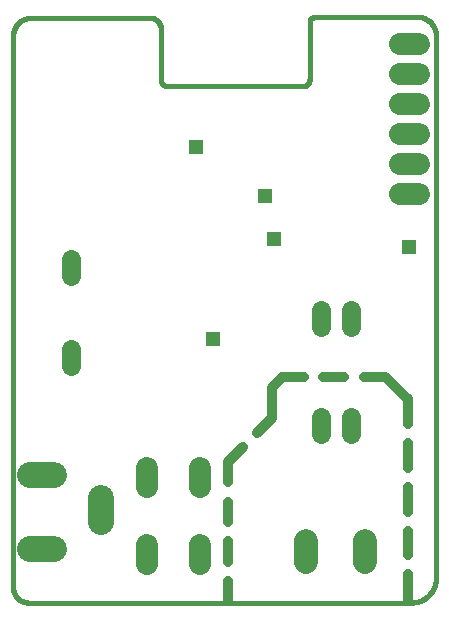
<source format=gbs>
G75*
%MOIN*%
%OFA0B0*%
%FSLAX25Y25*%
%IPPOS*%
%LPD*%
%AMOC8*
5,1,8,0,0,1.08239X$1,22.5*
%
%ADD10C,0.03200*%
%ADD11C,0.01600*%
%ADD12C,0.07200*%
%ADD13C,0.06400*%
%ADD14C,0.08674*%
%ADD15C,0.07900*%
%ADD16R,0.05162X0.05162*%
D10*
X0077178Y0017130D02*
X0077178Y0023944D01*
X0077178Y0030344D02*
X0077178Y0037158D01*
X0077178Y0043558D02*
X0077178Y0050372D01*
X0077178Y0056772D02*
X0077178Y0063587D01*
X0082199Y0068607D01*
X0086724Y0073133D02*
X0091745Y0078154D01*
X0091745Y0088390D01*
X0095288Y0091933D01*
X0102439Y0091933D01*
X0108839Y0091933D02*
X0115990Y0091933D01*
X0122390Y0091933D02*
X0129540Y0091933D01*
X0137020Y0084453D01*
X0137020Y0076266D01*
X0137020Y0069866D02*
X0137020Y0061679D01*
X0137020Y0055279D02*
X0137020Y0047091D01*
X0137020Y0040691D02*
X0137020Y0032504D01*
X0137020Y0026104D02*
X0137020Y0017917D01*
D11*
X0138202Y0016736D02*
X0010643Y0016736D01*
X0010502Y0016738D01*
X0010361Y0016744D01*
X0010220Y0016753D01*
X0010080Y0016767D01*
X0009940Y0016785D01*
X0009801Y0016806D01*
X0009662Y0016831D01*
X0009524Y0016860D01*
X0009387Y0016893D01*
X0009250Y0016929D01*
X0009115Y0016969D01*
X0008981Y0017013D01*
X0008848Y0017061D01*
X0008717Y0017112D01*
X0008587Y0017167D01*
X0008459Y0017226D01*
X0008332Y0017287D01*
X0008207Y0017353D01*
X0008084Y0017422D01*
X0007963Y0017494D01*
X0007844Y0017569D01*
X0007727Y0017648D01*
X0007612Y0017730D01*
X0007499Y0017815D01*
X0007389Y0017903D01*
X0007282Y0017994D01*
X0007177Y0018089D01*
X0007074Y0018186D01*
X0006975Y0018285D01*
X0006878Y0018388D01*
X0006783Y0018493D01*
X0006692Y0018600D01*
X0006604Y0018710D01*
X0006519Y0018823D01*
X0006437Y0018938D01*
X0006358Y0019055D01*
X0006283Y0019174D01*
X0006211Y0019295D01*
X0006142Y0019418D01*
X0006076Y0019543D01*
X0006015Y0019670D01*
X0005956Y0019798D01*
X0005901Y0019928D01*
X0005850Y0020059D01*
X0005802Y0020192D01*
X0005758Y0020326D01*
X0005718Y0020461D01*
X0005682Y0020598D01*
X0005649Y0020735D01*
X0005620Y0020873D01*
X0005595Y0021012D01*
X0005574Y0021151D01*
X0005556Y0021291D01*
X0005542Y0021431D01*
X0005533Y0021572D01*
X0005527Y0021713D01*
X0005525Y0021854D01*
X0005524Y0021854D02*
X0005524Y0205713D01*
X0005526Y0205865D01*
X0005532Y0206017D01*
X0005542Y0206169D01*
X0005555Y0206320D01*
X0005573Y0206471D01*
X0005594Y0206622D01*
X0005620Y0206772D01*
X0005649Y0206921D01*
X0005682Y0207070D01*
X0005719Y0207217D01*
X0005759Y0207364D01*
X0005804Y0207509D01*
X0005852Y0207653D01*
X0005904Y0207796D01*
X0005959Y0207938D01*
X0006018Y0208078D01*
X0006081Y0208217D01*
X0006147Y0208354D01*
X0006217Y0208489D01*
X0006290Y0208622D01*
X0006367Y0208753D01*
X0006447Y0208883D01*
X0006530Y0209010D01*
X0006616Y0209135D01*
X0006706Y0209258D01*
X0006799Y0209378D01*
X0006895Y0209496D01*
X0006994Y0209612D01*
X0007096Y0209725D01*
X0007200Y0209835D01*
X0007308Y0209943D01*
X0007418Y0210047D01*
X0007531Y0210149D01*
X0007647Y0210248D01*
X0007765Y0210344D01*
X0007885Y0210437D01*
X0008008Y0210527D01*
X0008133Y0210613D01*
X0008260Y0210696D01*
X0008390Y0210776D01*
X0008521Y0210853D01*
X0008654Y0210926D01*
X0008789Y0210996D01*
X0008926Y0211062D01*
X0009065Y0211125D01*
X0009205Y0211184D01*
X0009347Y0211239D01*
X0009490Y0211291D01*
X0009634Y0211339D01*
X0009779Y0211384D01*
X0009926Y0211424D01*
X0010073Y0211461D01*
X0010222Y0211494D01*
X0010371Y0211523D01*
X0010521Y0211549D01*
X0010672Y0211570D01*
X0010823Y0211588D01*
X0010974Y0211601D01*
X0011126Y0211611D01*
X0011278Y0211617D01*
X0011430Y0211619D01*
X0011430Y0211618D02*
X0051194Y0211618D01*
X0051310Y0211616D01*
X0051426Y0211610D01*
X0051541Y0211601D01*
X0051656Y0211588D01*
X0051771Y0211571D01*
X0051885Y0211550D01*
X0051999Y0211525D01*
X0052111Y0211497D01*
X0052222Y0211465D01*
X0052333Y0211430D01*
X0052442Y0211391D01*
X0052550Y0211348D01*
X0052656Y0211302D01*
X0052761Y0211253D01*
X0052864Y0211200D01*
X0052966Y0211143D01*
X0053065Y0211084D01*
X0053162Y0211021D01*
X0053258Y0210955D01*
X0053351Y0210886D01*
X0053442Y0210814D01*
X0053530Y0210739D01*
X0053616Y0210661D01*
X0053699Y0210580D01*
X0053780Y0210497D01*
X0053858Y0210411D01*
X0053933Y0210323D01*
X0054005Y0210232D01*
X0054074Y0210139D01*
X0054140Y0210043D01*
X0054203Y0209946D01*
X0054262Y0209847D01*
X0054319Y0209745D01*
X0054372Y0209642D01*
X0054421Y0209537D01*
X0054467Y0209431D01*
X0054510Y0209323D01*
X0054549Y0209214D01*
X0054584Y0209103D01*
X0054616Y0208992D01*
X0054644Y0208880D01*
X0054669Y0208766D01*
X0054690Y0208652D01*
X0054707Y0208537D01*
X0054720Y0208422D01*
X0054729Y0208307D01*
X0054735Y0208191D01*
X0054737Y0208075D01*
X0054737Y0191146D01*
X0054739Y0191051D01*
X0054745Y0190956D01*
X0054754Y0190861D01*
X0054768Y0190767D01*
X0054785Y0190674D01*
X0054806Y0190581D01*
X0054830Y0190489D01*
X0054859Y0190398D01*
X0054890Y0190308D01*
X0054926Y0190220D01*
X0054965Y0190133D01*
X0055008Y0190048D01*
X0055053Y0189965D01*
X0055103Y0189884D01*
X0055155Y0189804D01*
X0055211Y0189727D01*
X0055269Y0189652D01*
X0055331Y0189580D01*
X0055396Y0189510D01*
X0055463Y0189443D01*
X0055533Y0189378D01*
X0055605Y0189316D01*
X0055680Y0189258D01*
X0055757Y0189202D01*
X0055837Y0189150D01*
X0055918Y0189100D01*
X0056001Y0189055D01*
X0056086Y0189012D01*
X0056173Y0188973D01*
X0056261Y0188937D01*
X0056351Y0188906D01*
X0056442Y0188877D01*
X0056534Y0188853D01*
X0056627Y0188832D01*
X0056720Y0188815D01*
X0056814Y0188801D01*
X0056909Y0188792D01*
X0057004Y0188786D01*
X0057099Y0188784D01*
X0057099Y0188783D02*
X0101981Y0188783D01*
X0101981Y0188784D02*
X0102076Y0188786D01*
X0102171Y0188792D01*
X0102266Y0188801D01*
X0102360Y0188815D01*
X0102453Y0188832D01*
X0102546Y0188853D01*
X0102638Y0188877D01*
X0102729Y0188906D01*
X0102819Y0188937D01*
X0102907Y0188973D01*
X0102994Y0189012D01*
X0103079Y0189055D01*
X0103162Y0189100D01*
X0103243Y0189150D01*
X0103323Y0189202D01*
X0103400Y0189258D01*
X0103475Y0189316D01*
X0103547Y0189378D01*
X0103617Y0189443D01*
X0103684Y0189510D01*
X0103749Y0189580D01*
X0103811Y0189652D01*
X0103869Y0189727D01*
X0103925Y0189804D01*
X0103977Y0189884D01*
X0104027Y0189965D01*
X0104072Y0190048D01*
X0104115Y0190133D01*
X0104154Y0190220D01*
X0104190Y0190308D01*
X0104221Y0190398D01*
X0104250Y0190489D01*
X0104274Y0190581D01*
X0104295Y0190674D01*
X0104312Y0190767D01*
X0104326Y0190861D01*
X0104335Y0190956D01*
X0104341Y0191051D01*
X0104343Y0191146D01*
X0104343Y0210043D01*
X0104345Y0210129D01*
X0104350Y0210215D01*
X0104360Y0210300D01*
X0104373Y0210385D01*
X0104390Y0210469D01*
X0104410Y0210553D01*
X0104434Y0210635D01*
X0104462Y0210716D01*
X0104493Y0210797D01*
X0104527Y0210875D01*
X0104565Y0210952D01*
X0104607Y0211028D01*
X0104651Y0211101D01*
X0104699Y0211172D01*
X0104750Y0211242D01*
X0104804Y0211309D01*
X0104860Y0211373D01*
X0104920Y0211435D01*
X0104982Y0211495D01*
X0105046Y0211551D01*
X0105113Y0211605D01*
X0105183Y0211656D01*
X0105254Y0211704D01*
X0105328Y0211748D01*
X0105403Y0211790D01*
X0105480Y0211828D01*
X0105558Y0211862D01*
X0105639Y0211893D01*
X0105720Y0211921D01*
X0105802Y0211945D01*
X0105886Y0211965D01*
X0105970Y0211982D01*
X0106055Y0211995D01*
X0106140Y0212005D01*
X0106226Y0212010D01*
X0106312Y0212012D01*
X0140170Y0212012D01*
X0140327Y0212010D01*
X0140484Y0212004D01*
X0140641Y0211994D01*
X0140797Y0211981D01*
X0140953Y0211963D01*
X0141109Y0211942D01*
X0141264Y0211916D01*
X0141418Y0211887D01*
X0141572Y0211854D01*
X0141724Y0211817D01*
X0141876Y0211777D01*
X0142027Y0211732D01*
X0142176Y0211684D01*
X0142324Y0211632D01*
X0142471Y0211577D01*
X0142617Y0211517D01*
X0142761Y0211455D01*
X0142903Y0211388D01*
X0143044Y0211318D01*
X0143183Y0211245D01*
X0143320Y0211168D01*
X0143455Y0211088D01*
X0143587Y0211004D01*
X0143718Y0210917D01*
X0143847Y0210827D01*
X0143973Y0210734D01*
X0144097Y0210638D01*
X0144219Y0210538D01*
X0144338Y0210436D01*
X0144454Y0210330D01*
X0144568Y0210222D01*
X0144679Y0210111D01*
X0144787Y0209997D01*
X0144893Y0209881D01*
X0144995Y0209762D01*
X0145095Y0209640D01*
X0145191Y0209516D01*
X0145284Y0209390D01*
X0145374Y0209261D01*
X0145461Y0209130D01*
X0145545Y0208998D01*
X0145625Y0208863D01*
X0145702Y0208726D01*
X0145775Y0208587D01*
X0145845Y0208446D01*
X0145912Y0208304D01*
X0145974Y0208160D01*
X0146034Y0208014D01*
X0146089Y0207867D01*
X0146141Y0207719D01*
X0146189Y0207570D01*
X0146234Y0207419D01*
X0146274Y0207267D01*
X0146311Y0207115D01*
X0146344Y0206961D01*
X0146373Y0206807D01*
X0146399Y0206652D01*
X0146420Y0206496D01*
X0146438Y0206340D01*
X0146451Y0206184D01*
X0146461Y0206027D01*
X0146467Y0205870D01*
X0146469Y0205713D01*
X0146469Y0025004D01*
X0146470Y0025004D02*
X0146468Y0024804D01*
X0146460Y0024605D01*
X0146448Y0024405D01*
X0146431Y0024206D01*
X0146410Y0024007D01*
X0146383Y0023809D01*
X0146352Y0023612D01*
X0146316Y0023415D01*
X0146275Y0023220D01*
X0146230Y0023025D01*
X0146180Y0022832D01*
X0146125Y0022640D01*
X0146065Y0022449D01*
X0146001Y0022260D01*
X0145933Y0022072D01*
X0145860Y0021886D01*
X0145782Y0021702D01*
X0145700Y0021520D01*
X0145614Y0021340D01*
X0145523Y0021162D01*
X0145428Y0020986D01*
X0145329Y0020812D01*
X0145225Y0020641D01*
X0145118Y0020473D01*
X0145006Y0020307D01*
X0144891Y0020144D01*
X0144772Y0019984D01*
X0144648Y0019827D01*
X0144521Y0019672D01*
X0144391Y0019521D01*
X0144256Y0019373D01*
X0144119Y0019229D01*
X0143977Y0019087D01*
X0143833Y0018950D01*
X0143685Y0018815D01*
X0143534Y0018685D01*
X0143379Y0018558D01*
X0143222Y0018434D01*
X0143062Y0018315D01*
X0142899Y0018200D01*
X0142733Y0018088D01*
X0142565Y0017981D01*
X0142394Y0017877D01*
X0142220Y0017778D01*
X0142044Y0017683D01*
X0141866Y0017592D01*
X0141686Y0017506D01*
X0141504Y0017424D01*
X0141320Y0017346D01*
X0141134Y0017273D01*
X0140946Y0017205D01*
X0140757Y0017141D01*
X0140566Y0017081D01*
X0140374Y0017026D01*
X0140181Y0016976D01*
X0139986Y0016931D01*
X0139791Y0016890D01*
X0139594Y0016854D01*
X0139397Y0016823D01*
X0139199Y0016796D01*
X0139000Y0016775D01*
X0138801Y0016758D01*
X0138601Y0016746D01*
X0138402Y0016738D01*
X0138202Y0016736D01*
D12*
X0067892Y0029557D02*
X0067892Y0035957D01*
X0067892Y0055157D02*
X0067892Y0061557D01*
X0050092Y0061557D02*
X0050092Y0055157D01*
X0050092Y0035957D02*
X0050092Y0029557D01*
X0134546Y0152787D02*
X0140946Y0152787D01*
X0140946Y0162787D02*
X0134546Y0162787D01*
X0134546Y0172787D02*
X0140946Y0172787D01*
X0140946Y0182787D02*
X0134546Y0182787D01*
X0134546Y0192787D02*
X0140946Y0192787D01*
X0140946Y0202787D02*
X0134546Y0202787D01*
D13*
X0118005Y0114108D02*
X0118005Y0108508D01*
X0108005Y0108508D02*
X0108005Y0114108D01*
X0108005Y0078508D02*
X0108005Y0072908D01*
X0118005Y0072908D02*
X0118005Y0078508D01*
X0024760Y0095730D02*
X0024760Y0101330D01*
X0024760Y0125730D02*
X0024760Y0131330D01*
D14*
X0019094Y0059331D02*
X0011220Y0059331D01*
X0011220Y0034528D02*
X0019094Y0034528D01*
X0034843Y0043583D02*
X0034843Y0051457D01*
D15*
X0103162Y0037333D02*
X0103162Y0030233D01*
X0122847Y0030233D02*
X0122847Y0037333D01*
D16*
X0072060Y0104531D03*
X0092532Y0137996D03*
X0089383Y0152169D03*
X0066548Y0168705D03*
X0137414Y0135240D03*
M02*

</source>
